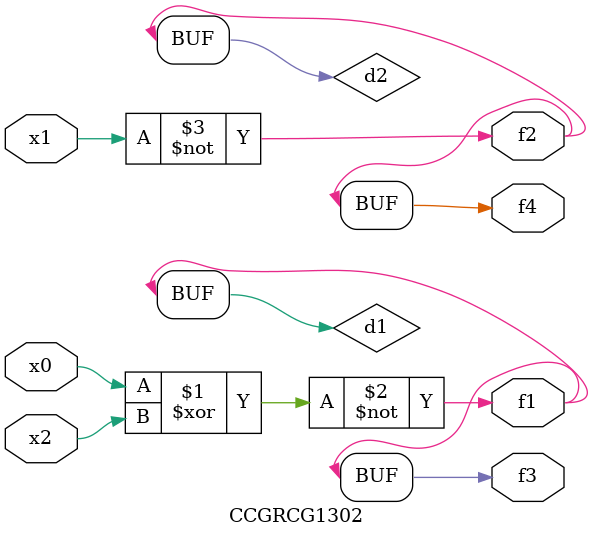
<source format=v>
module CCGRCG1302(
	input x0, x1, x2,
	output f1, f2, f3, f4
);

	wire d1, d2, d3;

	xnor (d1, x0, x2);
	nand (d2, x1);
	nor (d3, x1, x2);
	assign f1 = d1;
	assign f2 = d2;
	assign f3 = d1;
	assign f4 = d2;
endmodule

</source>
